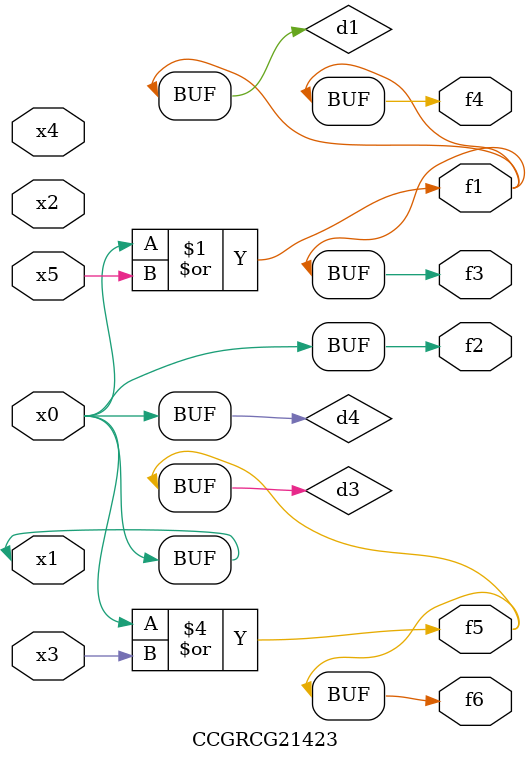
<source format=v>
module CCGRCG21423(
	input x0, x1, x2, x3, x4, x5,
	output f1, f2, f3, f4, f5, f6
);

	wire d1, d2, d3, d4;

	or (d1, x0, x5);
	xnor (d2, x1, x4);
	or (d3, x0, x3);
	buf (d4, x0, x1);
	assign f1 = d1;
	assign f2 = d4;
	assign f3 = d1;
	assign f4 = d1;
	assign f5 = d3;
	assign f6 = d3;
endmodule

</source>
